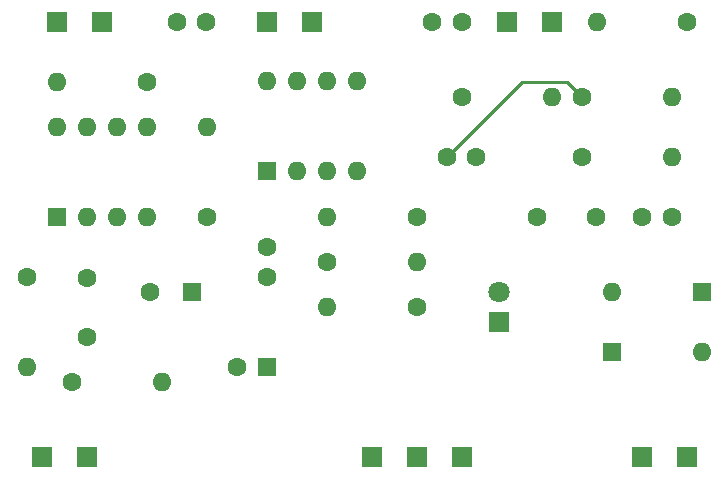
<source format=gbr>
%TF.GenerationSoftware,KiCad,Pcbnew,7.0.1*%
%TF.CreationDate,2023-11-26T17:03:09+00:00*%
%TF.ProjectId,ring-modulator,72696e67-2d6d-46f6-9475-6c61746f722e,rev?*%
%TF.SameCoordinates,Original*%
%TF.FileFunction,Copper,L1,Top*%
%TF.FilePolarity,Positive*%
%FSLAX46Y46*%
G04 Gerber Fmt 4.6, Leading zero omitted, Abs format (unit mm)*
G04 Created by KiCad (PCBNEW 7.0.1) date 2023-11-26 17:03:09*
%MOMM*%
%LPD*%
G01*
G04 APERTURE LIST*
%TA.AperFunction,ComponentPad*%
%ADD10R,1.700000X1.700000*%
%TD*%
%TA.AperFunction,ComponentPad*%
%ADD11C,1.600000*%
%TD*%
%TA.AperFunction,ComponentPad*%
%ADD12O,1.600000X1.600000*%
%TD*%
%TA.AperFunction,ComponentPad*%
%ADD13R,1.800000X1.800000*%
%TD*%
%TA.AperFunction,ComponentPad*%
%ADD14C,1.800000*%
%TD*%
%TA.AperFunction,ComponentPad*%
%ADD15R,1.600000X1.600000*%
%TD*%
%TA.AperFunction,Conductor*%
%ADD16C,0.250000*%
%TD*%
G04 APERTURE END LIST*
D10*
%TO.P,J12,1,Pin_1*%
%TO.N,+9V*%
X135890000Y-137160000D03*
%TD*%
D11*
%TO.P,R5,1*%
%TO.N,Net-(J9-Pin_1)*%
X153670000Y-111760000D03*
D12*
%TO.P,R5,2*%
%TO.N,GND*%
X161290000Y-111760000D03*
%TD*%
D10*
%TO.P,J11,1,Pin_1*%
%TO.N,Net-(J11-Pin_1)*%
X139700000Y-137160000D03*
%TD*%
D11*
%TO.P,R6,1*%
%TO.N,+9V*%
X139700000Y-124460000D03*
D12*
%TO.P,R6,2*%
%TO.N,Net-(C6-Pad1)*%
X132080000Y-124460000D03*
%TD*%
D10*
%TO.P,J5,1,Pin_1*%
%TO.N,GND*%
X111760000Y-137160000D03*
%TD*%
%TO.P,J8,1,Pin_1*%
%TO.N,Net-(J8-Pin_1)*%
X147320000Y-100330000D03*
%TD*%
D13*
%TO.P,D3,1,K*%
%TO.N,GND*%
X146685000Y-125730000D03*
D14*
%TO.P,D3,2,A*%
%TO.N,Net-(D3-A)*%
X146685000Y-123190000D03*
%TD*%
D11*
%TO.P,C8,1*%
%TO.N,Net-(U2--)*%
X142240000Y-111760000D03*
%TO.P,C8,2*%
%TO.N,Net-(D3-A)*%
X144740000Y-111760000D03*
%TD*%
%TO.P,R7,1*%
%TO.N,Net-(U2-+)*%
X139700000Y-116840000D03*
D12*
%TO.P,R7,2*%
%TO.N,Net-(C6-Pad1)*%
X132080000Y-116840000D03*
%TD*%
D11*
%TO.P,R3,1*%
%TO.N,Net-(U1-LFIL)*%
X106680000Y-121920000D03*
D12*
%TO.P,R3,2*%
%TO.N,Net-(C4-Pad1)*%
X106680000Y-129540000D03*
%TD*%
D11*
%TO.P,R9,1*%
%TO.N,Net-(U2--)*%
X153670000Y-106680000D03*
D12*
%TO.P,R9,2*%
%TO.N,Net-(C7-Pad2)*%
X161290000Y-106680000D03*
%TD*%
D11*
%TO.P,C4,1*%
%TO.N,Net-(C4-Pad1)*%
X127000000Y-121920000D03*
%TO.P,C4,2*%
%TO.N,Net-(U2-+)*%
X127000000Y-119420000D03*
%TD*%
D10*
%TO.P,J6,1,Pin_1*%
%TO.N,Net-(D1-K)*%
X162560000Y-137160000D03*
%TD*%
D11*
%TO.P,R8,1*%
%TO.N,Net-(C6-Pad1)*%
X132080000Y-120650000D03*
D12*
%TO.P,R8,2*%
%TO.N,GND*%
X139700000Y-120650000D03*
%TD*%
D15*
%TO.P,D2,1,K*%
%TO.N,GND*%
X156210000Y-128270000D03*
D12*
%TO.P,D2,2,A*%
%TO.N,Net-(D1-K)*%
X163830000Y-128270000D03*
%TD*%
D10*
%TO.P,J2,1,Pin_1*%
%TO.N,Net-(J2-Pin_1)*%
X113030000Y-100330000D03*
%TD*%
D11*
%TO.P,C2,1*%
%TO.N,Net-(J2-Pin_1)*%
X119380000Y-100330000D03*
%TO.P,C2,2*%
%TO.N,GND*%
X121880000Y-100330000D03*
%TD*%
D15*
%TO.P,C6,1*%
%TO.N,Net-(C6-Pad1)*%
X127000000Y-129540000D03*
D11*
%TO.P,C6,2*%
%TO.N,GND*%
X124500000Y-129540000D03*
%TD*%
D15*
%TO.P,U1,1,OFIL*%
%TO.N,unconnected-(U1-OFIL-Pad1)*%
X109220000Y-116840000D03*
D12*
%TO.P,U1,2,LFIL*%
%TO.N,Net-(U1-LFIL)*%
X111760000Y-116840000D03*
%TO.P,U1,3,IN*%
%TO.N,Net-(U1-IN)*%
X114300000Y-116840000D03*
%TO.P,U1,4,V+*%
%TO.N,Net-(U1-V+)*%
X116840000Y-116840000D03*
%TO.P,U1,5,RT*%
%TO.N,Net-(U1-RT)*%
X116840000Y-109220000D03*
%TO.P,U1,6,CT*%
%TO.N,Net-(J2-Pin_1)*%
X114300000Y-109220000D03*
%TO.P,U1,7,GND*%
%TO.N,GND*%
X111760000Y-109220000D03*
%TO.P,U1,8,Q*%
%TO.N,unconnected-(U1-Q-Pad8)*%
X109220000Y-109220000D03*
%TD*%
D10*
%TO.P,J7,1,Pin_1*%
%TO.N,GND*%
X158750000Y-137160000D03*
%TD*%
%TO.P,J1,1,Pin_1*%
%TO.N,+9V*%
X127000000Y-100330000D03*
%TD*%
D15*
%TO.P,D1,1,K*%
%TO.N,Net-(D1-K)*%
X163830000Y-123190000D03*
D12*
%TO.P,D1,2,A*%
%TO.N,GND*%
X156210000Y-123190000D03*
%TD*%
D10*
%TO.P,J10,1,Pin_1*%
%TO.N,GND*%
X143510000Y-137160000D03*
%TD*%
D11*
%TO.P,C3,1*%
%TO.N,Net-(J4-Pin_1)*%
X111760000Y-127000000D03*
%TO.P,C3,2*%
%TO.N,Net-(U1-IN)*%
X111760000Y-122000000D03*
%TD*%
%TO.P,R1,1*%
%TO.N,Net-(U1-V+)*%
X121920000Y-116840000D03*
D12*
%TO.P,R1,2*%
%TO.N,+9V*%
X121920000Y-109220000D03*
%TD*%
D10*
%TO.P,J4,1,Pin_1*%
%TO.N,Net-(J4-Pin_1)*%
X107950000Y-137160000D03*
%TD*%
D15*
%TO.P,C1,1*%
%TO.N,Net-(U1-V+)*%
X120650000Y-123190000D03*
D11*
%TO.P,C1,2*%
%TO.N,GND*%
X117150000Y-123190000D03*
%TD*%
%TO.P,C5,1*%
%TO.N,Net-(J9-Pin_1)*%
X149900000Y-116840000D03*
%TO.P,C5,2*%
%TO.N,Net-(D1-K)*%
X154900000Y-116840000D03*
%TD*%
%TO.P,C9,1*%
%TO.N,Net-(D3-A)*%
X141010000Y-100330000D03*
%TO.P,C9,2*%
%TO.N,Net-(J8-Pin_1)*%
X143510000Y-100330000D03*
%TD*%
%TO.P,C7,1*%
%TO.N,GND*%
X158790000Y-116840000D03*
%TO.P,C7,2*%
%TO.N,Net-(C7-Pad2)*%
X161290000Y-116840000D03*
%TD*%
D15*
%TO.P,U2,1,NULL*%
%TO.N,unconnected-(U2-NULL-Pad1)*%
X127010000Y-113020000D03*
D12*
%TO.P,U2,2,-*%
%TO.N,Net-(U2--)*%
X129550000Y-113020000D03*
%TO.P,U2,3,+*%
%TO.N,Net-(U2-+)*%
X132090000Y-113020000D03*
%TO.P,U2,4,V-*%
%TO.N,GND*%
X134630000Y-113020000D03*
%TO.P,U2,5,NULL*%
%TO.N,unconnected-(U2-NULL-Pad5)*%
X134630000Y-105400000D03*
%TO.P,U2,6*%
%TO.N,Net-(J9-Pin_1)*%
X132090000Y-105400000D03*
%TO.P,U2,7,V+*%
%TO.N,+9V*%
X129550000Y-105400000D03*
%TO.P,U2,8,NC*%
%TO.N,unconnected-(U2-NC-Pad8)*%
X127010000Y-105400000D03*
%TD*%
D10*
%TO.P,J13,1,Pin_1*%
%TO.N,GND*%
X130810000Y-100330000D03*
%TD*%
D11*
%TO.P,R2,1*%
%TO.N,Net-(U1-RT)*%
X116840000Y-105410000D03*
D12*
%TO.P,R2,2*%
%TO.N,Net-(J3-Pin_1)*%
X109220000Y-105410000D03*
%TD*%
D10*
%TO.P,J9,1,Pin_1*%
%TO.N,Net-(J9-Pin_1)*%
X151130000Y-100330000D03*
%TD*%
D11*
%TO.P,R4,1*%
%TO.N,Net-(C4-Pad1)*%
X110490000Y-130810000D03*
D12*
%TO.P,R4,2*%
%TO.N,GND*%
X118110000Y-130810000D03*
%TD*%
D10*
%TO.P,J3,1,Pin_1*%
%TO.N,Net-(J3-Pin_1)*%
X109220000Y-100330000D03*
%TD*%
D11*
%TO.P,R11,1*%
%TO.N,Net-(D3-A)*%
X143510000Y-106680000D03*
D12*
%TO.P,R11,2*%
%TO.N,Net-(J11-Pin_1)*%
X151130000Y-106680000D03*
%TD*%
D11*
%TO.P,R10,1*%
%TO.N,Net-(C7-Pad2)*%
X162560000Y-100330000D03*
D12*
%TO.P,R10,2*%
%TO.N,Net-(J9-Pin_1)*%
X154940000Y-100330000D03*
%TD*%
D16*
%TO.N,Net-(U2--)*%
X152400000Y-105410000D02*
X148590000Y-105410000D01*
X153670000Y-106680000D02*
X152400000Y-105410000D01*
X148590000Y-105410000D02*
X142240000Y-111760000D01*
%TD*%
M02*

</source>
